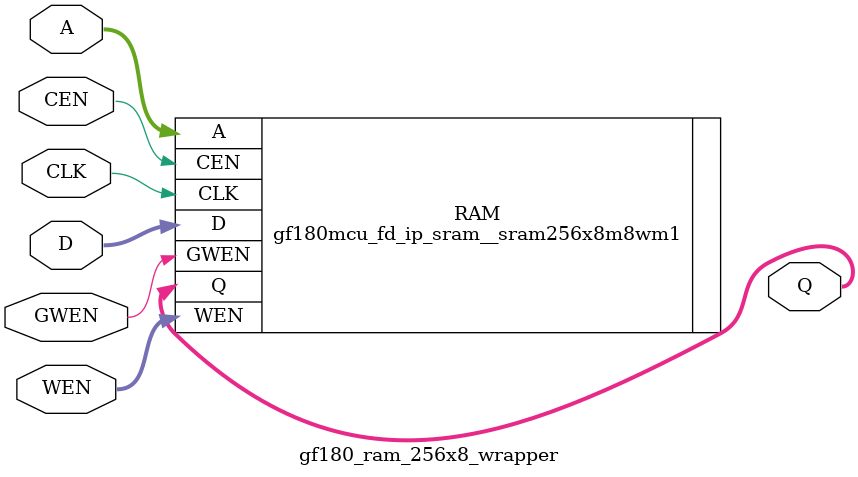
<source format=v>
module gf180_ram_256x8_wrapper (CEN,
    CLK,
    GWEN,
    A,
    D,
    Q,
    WEN);
 input CEN;
 input CLK;
 input GWEN;
 input [7:0] A;
 input [7:0] D;
 output [7:0] Q;
 input [7:0] WEN;


 gf180mcu_fd_ip_sram__sram256x8m8wm1 RAM (.CEN(CEN),
    .CLK(CLK),
    .GWEN(GWEN),
    .A({A[7],
    A[6],
    A[5],
    A[4],
    A[3],
    A[2],
    A[1],
    A[0]}),
    .D({D[7],
    D[6],
    D[5],
    D[4],
    D[3],
    D[2],
    D[1],
    D[0]}),
    .Q({Q[7],
    Q[6],
    Q[5],
    Q[4],
    Q[3],
    Q[2],
    Q[1],
    Q[0]}),
    .WEN({WEN[7],
    WEN[6],
    WEN[5],
    WEN[4],
    WEN[3],
    WEN[2],
    WEN[1],
    WEN[0]}));
endmodule


</source>
